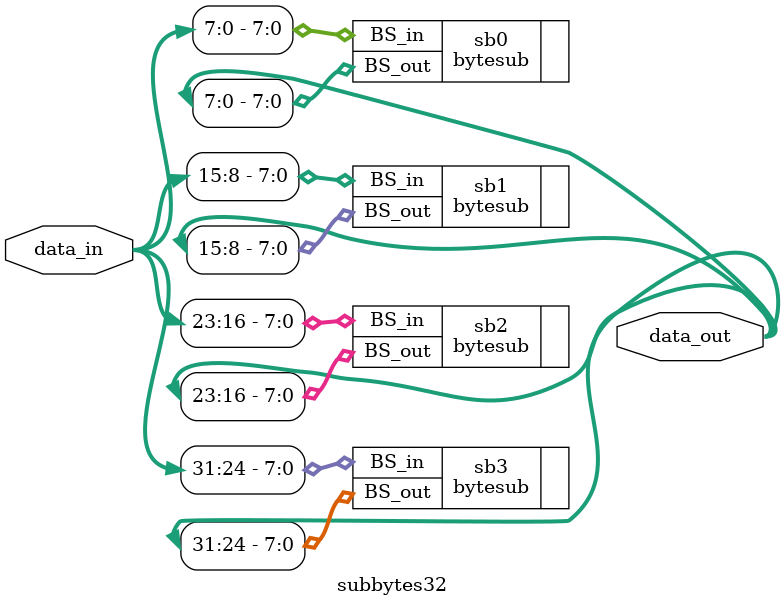
<source format=v>
module subbytes32(
	data_in,
	data_out
	);
	
	input [31:0] data_in;
	output [31:0] data_out;
	
	bytesub sb0(.BS_in(data_in[7:0]  ), .BS_out(data_out[7:0]  ));
	bytesub sb1(.BS_in(data_in[15:8] ), .BS_out(data_out[15:8] ));
	bytesub sb2(.BS_in(data_in[23:16]), .BS_out(data_out[23:16]));
	bytesub sb3(.BS_in(data_in[31:24]), .BS_out(data_out[31:24]));
endmodule
</source>
